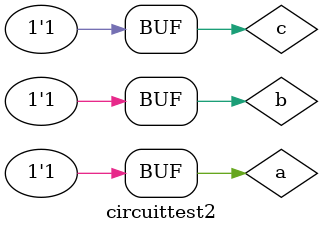
<source format=v>
`include "circuit2.v"

module circuittest2;
    reg a,b,c;
    wire f;
    circuit2 b1(a,b,c,f);
    initial
    begin
    $monitor($time, "a=%b, b=%b, c=%b, f=%b", a, b, c,f);
        #000 a=1'b0; b=1'b0; c=1'b0;
        #100 a=1'b0; b=1'b0; c=1'b1;
        #100 a=1'b0; b=1'b1; c=1'b0;
        #100 a=1'b0; b=1'b1; c=1'b1;
        #100 a=1'b1; b=1'b0; c=1'b0;
        #100 a=1'b1; b=1'b0; c=1'b1;
        #100 a=1'b1; b=1'b1; c=1'b0;
        #100 a=1'b1; b=1'b1; c=1'b1;
    end
    initial
    begin
        $dumpfile("circuittest2.vcd");
        $dumpvars(0, circuittest2);
     end
endmodule

</source>
